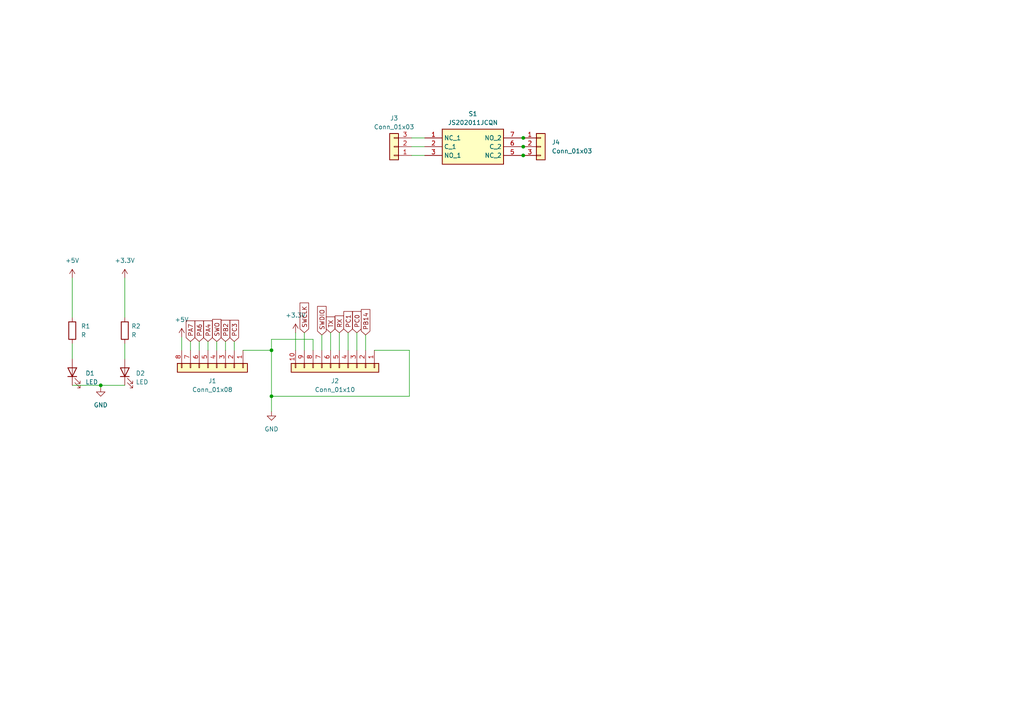
<source format=kicad_sch>
(kicad_sch (version 20230121) (generator eeschema)
  (paper "A4")
  (lib_symbols
    (symbol "Connector_Generic:Conn_01x03" (pin_names (offset 1.016) hide)
      (property "Reference" "J" (at 0 5.08 0))
      (property "Value" "Conn_01x03" (at 0 -5.08 0))
      (symbol "Conn_01x03_1_1"
        (rectangle (start -1.27 -2.413) (end 0 -2.667) (stroke (width 0.1524)))
        (rectangle (start -1.27 0.127) (end 0 -0.127) (stroke (width 0.1524)))
        (rectangle (start -1.27 2.667) (end 0 2.413) (stroke (width 0.1524)))
        (rectangle (start -1.27 3.81) (end 1.27 -3.81) (stroke (width 0.254)) (fill (type background)))
        (pin passive line (at -5.08 2.54 0) (length 3.81) (name "Pin_1") (number "1"))
        (pin passive line (at -5.08 0 0) (length 3.81) (name "Pin_2") (number "2"))
        (pin passive line (at -5.08 -2.54 0) (length 3.81) (name "Pin_3") (number "3"))
      )
    )
    (symbol "Connector_Generic:Conn_01x08" (pin_names (offset 1.016) hide)
      (property "Reference" "J" (at 0 10.16 0))
      (property "Value" "Conn_01x08" (at 0 -12.7 0))
      (symbol "Conn_01x08_1_1"
        (rectangle (start -1.27 -10.033) (end 0 -10.287) (stroke (width 0.1524)))
        (rectangle (start -1.27 -7.493) (end 0 -7.747) (stroke (width 0.1524)))
        (rectangle (start -1.27 -4.953) (end 0 -5.207) (stroke (width 0.1524)))
        (rectangle (start -1.27 -2.413) (end 0 -2.667) (stroke (width 0.1524)))
        (rectangle (start -1.27 0.127) (end 0 -0.127) (stroke (width 0.1524)))
        (rectangle (start -1.27 2.667) (end 0 2.413) (stroke (width 0.1524)))
        (rectangle (start -1.27 5.207) (end 0 4.953) (stroke (width 0.1524)))
        (rectangle (start -1.27 7.747) (end 0 7.493) (stroke (width 0.1524)))
        (rectangle (start -1.27 8.89) (end 1.27 -11.43) (stroke (width 0.254)) (fill (type background)))
        (pin passive line (at -5.08 7.62 0) (length 3.81) (name "Pin_1") (number "1"))
        (pin passive line (at -5.08 5.08 0) (length 3.81) (name "Pin_2") (number "2"))
        (pin passive line (at -5.08 2.54 0) (length 3.81) (name "Pin_3") (number "3"))
        (pin passive line (at -5.08 0 0) (length 3.81) (name "Pin_4") (number "4"))
        (pin passive line (at -5.08 -2.54 0) (length 3.81) (name "Pin_5") (number "5"))
        (pin passive line (at -5.08 -5.08 0) (length 3.81) (name "Pin_6") (number "6"))
        (pin passive line (at -5.08 -7.62 0) (length 3.81) (name "Pin_7") (number "7"))
        (pin passive line (at -5.08 -10.16 0) (length 3.81) (name "Pin_8") (number "8"))
      )
    )
    (symbol "Connector_Generic:Conn_01x10" (pin_names (offset 1.016) hide)
      (property "Reference" "J" (at 0 12.7 0))
      (property "Value" "Conn_01x10" (at 0 -15.24 0))
      (symbol "Conn_01x10_1_1"
        (rectangle (start -1.27 -12.573) (end 0 -12.827) (stroke (width 0.1524)))
        (rectangle (start -1.27 -10.033) (end 0 -10.287) (stroke (width 0.1524)))
        (rectangle (start -1.27 -7.493) (end 0 -7.747) (stroke (width 0.1524)))
        (rectangle (start -1.27 -4.953) (end 0 -5.207) (stroke (width 0.1524)))
        (rectangle (start -1.27 -2.413) (end 0 -2.667) (stroke (width 0.1524)))
        (rectangle (start -1.27 0.127) (end 0 -0.127) (stroke (width 0.1524)))
        (rectangle (start -1.27 2.667) (end 0 2.413) (stroke (width 0.1524)))
        (rectangle (start -1.27 5.207) (end 0 4.953) (stroke (width 0.1524)))
        (rectangle (start -1.27 7.747) (end 0 7.493) (stroke (width 0.1524)))
        (rectangle (start -1.27 10.287) (end 0 10.033) (stroke (width 0.1524)))
        (rectangle (start -1.27 11.43) (end 1.27 -13.97) (stroke (width 0.254)) (fill (type background)))
        (pin passive line (at -5.08 10.16 0) (length 3.81) (name "Pin_1") (number "1"))
        (pin passive line (at -5.08 -12.7 0) (length 3.81) (name "Pin_10") (number "10"))
        (pin passive line (at -5.08 7.62 0) (length 3.81) (name "Pin_2") (number "2"))
        (pin passive line (at -5.08 5.08 0) (length 3.81) (name "Pin_3") (number "3"))
        (pin passive line (at -5.08 2.54 0) (length 3.81) (name "Pin_4") (number "4"))
        (pin passive line (at -5.08 0 0) (length 3.81) (name "Pin_5") (number "5"))
        (pin passive line (at -5.08 -2.54 0) (length 3.81) (name "Pin_6") (number "6"))
        (pin passive line (at -5.08 -5.08 0) (length 3.81) (name "Pin_7") (number "7"))
        (pin passive line (at -5.08 -7.62 0) (length 3.81) (name "Pin_8") (number "8"))
        (pin passive line (at -5.08 -10.16 0) (length 3.81) (name "Pin_9") (number "9"))
      )
    )
    (symbol "Device:LED" (pin_numbers hide) (pin_names (offset 1.016) hide)
      (property "Reference" "D" (at 0 2.54 0))
      (property "Value" "LED" (at 0 -2.54 0))
      (symbol "LED_0_1"
        (polyline (pts (xy -1.27 -1.27) (xy -1.27 1.27)) (stroke (width 0.254)))
        (polyline (pts (xy -1.27 0) (xy 1.27 0)))
        (polyline (pts (xy 1.27 -1.27) (xy 1.27 1.27) (xy -1.27 0) (xy 1.27 -1.27)) (stroke (width 0.254)))
        (polyline (pts (xy -3.048 -0.762) (xy -4.572 -2.286) (xy -3.81 -2.286) (xy -4.572 -2.286) (xy -4.572 -1.524)))
        (polyline (pts (xy -1.778 -0.762) (xy -3.302 -2.286) (xy -2.54 -2.286) (xy -3.302 -2.286) (xy -3.302 -1.524)))
      )
      (symbol "LED_1_1"
        (pin passive line (at -3.81 0 0) (length 2.54) (name "K") (number "1"))
        (pin passive line (at 3.81 0 180) (length 2.54) (name "A") (number "2"))
      )
    )
    (symbol "Device:R" (pin_numbers hide) (pin_names (offset 0))
      (property "Reference" "R" (at 2.032 0 90))
      (property "Value" "R" (at 0 0 90))
      (symbol "R_0_1"
        (rectangle (start -1.016 -2.54) (end 1.016 2.54) (stroke (width 0.254)))
      )
      (symbol "R_1_1"
        (pin passive line (at 0 3.81 270) (length 1.27) (name "~") (number "1"))
        (pin passive line (at 0 -3.81 90) (length 1.27) (name "~") (number "2"))
      )
    )
    (symbol "SamacSys_Parts:JS202011JCQN"
      (property "Reference" "S" (at 24.13 7.62 0))
      (property "Value" "JS202011JCQN" (at 24.13 5.08 0))
      (symbol "JS202011JCQN_1_1"
        (rectangle (start 5.08 2.54) (end 22.86 -7.62) (stroke (width 0.254)) (fill (type background)))
        (pin passive line (at 0 0 0) (length 5.08) (name "NC_1") (number "1"))
        (pin passive line (at 0 -2.54 0) (length 5.08) (name "C_1") (number "2"))
        (pin passive line (at 0 -5.08 0) (length 5.08) (name "NO_1") (number "3"))
        (pin passive line (at 27.94 -5.08 180) (length 5.08) (name "NC_2") (number "5"))
        (pin passive line (at 27.94 -2.54 180) (length 5.08) (name "C_2") (number "6"))
        (pin passive line (at 27.94 0 180) (length 5.08) (name "NO_2") (number "7"))
      )
    )
    (symbol "power:+3.3V" (power) (pin_names (offset 0))
      (property "Value" "+3.3V" (at 0 3.556 0))
      (symbol "+3.3V_0_1"
        (polyline (pts (xy -0.762 1.27) (xy 0 2.54)))
        (polyline (pts (xy 0 0) (xy 0 2.54)))
        (polyline (pts (xy 0 2.54) (xy 0.762 1.27)))
      )
      (symbol "+3.3V_1_1"
        (pin power_in line (at 0 0 90) (length 0) hide (name "+3.3V") (number "1"))
      )
    )
    (symbol "power:+5V" (power) (pin_names (offset 0))
      (property "Value" "+5V" (at 0 3.556 0))
      (symbol "+5V_0_1"
        (polyline (pts (xy -0.762 1.27) (xy 0 2.54)))
        (polyline (pts (xy 0 0) (xy 0 2.54)))
        (polyline (pts (xy 0 2.54) (xy 0.762 1.27)))
      )
      (symbol "+5V_1_1"
        (pin power_in line (at 0 0 90) (length 0) hide (name "+5V") (number "1"))
      )
    )
    (symbol "power:GND" (power) (pin_names (offset 0))
      (property "Value" "GND" (at 0 -3.81 0))
      (symbol "GND_0_1"
        (polyline (pts (xy 0 0) (xy 0 -1.27) (xy 1.27 -1.27) (xy 0 -2.54) (xy -1.27 -1.27) (xy 0 -1.27)))
      )
      (symbol "GND_1_1"
        (pin power_in line (at 0 0 270) (length 0) hide (name "GND") (number "1"))
      )
    )
  )
  (junction (at 151.765 42.545))
  (junction (at 78.74 114.935))
  (junction (at 29.21 111.76))
  (junction (at 151.765 45.085))
  (junction (at 151.765 40.005))
  (junction (at 78.74 101.6))
  (wire (pts (xy 118.745 101.6) (xy 118.745 114.935)))
  (wire (pts (xy 151.13 45.085) (xy 151.765 45.085)))
  (wire (pts (xy 78.74 98.425) (xy 78.74 101.6)))
  (wire (pts (xy 62.865 99.06) (xy 62.865 101.6)))
  (wire (pts (xy 151.765 42.545) (xy 152.4 42.545)))
  (wire (pts (xy 20.955 99.695) (xy 20.955 104.14)))
  (wire (pts (xy 78.74 114.935) (xy 78.74 119.38)))
  (wire (pts (xy 151.13 42.545) (xy 151.765 42.545)))
  (wire (pts (xy 36.195 111.76) (xy 29.21 111.76)))
  (wire (pts (xy 119.38 40.005) (xy 123.19 40.005)))
  (wire (pts (xy 119.38 42.545) (xy 123.19 42.545)))
  (wire (pts (xy 65.405 99.06) (xy 65.405 101.6)))
  (wire (pts (xy 90.805 98.425) (xy 78.74 98.425)))
  (wire (pts (xy 88.265 96.52) (xy 88.265 101.6)))
  (wire (pts (xy 20.955 111.76) (xy 29.21 111.76)))
  (wire (pts (xy 57.785 99.06) (xy 57.785 101.6)))
  (wire (pts (xy 60.325 99.06) (xy 60.325 101.6)))
  (wire (pts (xy 103.505 96.52) (xy 103.505 101.6)))
  (wire (pts (xy 118.745 114.935) (xy 78.74 114.935)))
  (wire (pts (xy 20.955 80.645) (xy 20.955 92.075)))
  (wire (pts (xy 93.345 97.155) (xy 93.345 101.6)))
  (wire (pts (xy 98.425 96.52) (xy 98.425 101.6)))
  (wire (pts (xy 151.765 45.085) (xy 152.4 45.085)))
  (wire (pts (xy 95.885 96.52) (xy 95.885 101.6)))
  (wire (pts (xy 85.725 96.52) (xy 85.725 101.6)))
  (wire (pts (xy 29.21 111.76) (xy 29.21 112.395)))
  (wire (pts (xy 55.245 99.06) (xy 55.245 101.6)))
  (wire (pts (xy 151.13 40.005) (xy 151.765 40.005)))
  (wire (pts (xy 119.38 45.085) (xy 123.19 45.085)))
  (wire (pts (xy 36.195 80.645) (xy 36.195 92.075)))
  (wire (pts (xy 70.485 101.6) (xy 78.74 101.6)))
  (wire (pts (xy 52.705 97.79) (xy 52.705 101.6)))
  (wire (pts (xy 67.945 99.06) (xy 67.945 101.6)))
  (wire (pts (xy 106.045 97.155) (xy 106.045 101.6)))
  (wire (pts (xy 78.74 101.6) (xy 78.74 114.935)))
  (wire (pts (xy 108.585 101.6) (xy 118.745 101.6)))
  (wire (pts (xy 151.765 40.005) (xy 152.4 40.005)))
  (wire (pts (xy 90.805 101.6) (xy 90.805 98.425)))
  (wire (pts (xy 100.965 96.52) (xy 100.965 101.6)))
  (wire (pts (xy 36.195 99.695) (xy 36.195 104.14)))
  (global_label "PB2" (shape input) (at 65.405 99.06 90) (property "Intersheetrefs" "${INTERSHEET_REFS}" (effects hide)))
  (global_label "PB14" (shape input) (at 106.045 97.155 90) (property "Intersheetrefs" "${INTERSHEET_REFS}" (effects hide)))
  (global_label "PA6" (shape input) (at 57.785 99.06 90) (property "Intersheetrefs" "${INTERSHEET_REFS}" (effects hide)))
  (global_label "PC1" (shape input) (at 100.965 96.52 90) (property "Intersheetrefs" "${INTERSHEET_REFS}" (effects hide)))
  (global_label "SWDIO" (shape input) (at 93.345 97.155 90) (property "Intersheetrefs" "${INTERSHEET_REFS}" (effects hide)))
  (global_label "PC0" (shape input) (at 103.505 96.52 90) (property "Intersheetrefs" "${INTERSHEET_REFS}" (effects hide)))
  (global_label "SWO" (shape input) (at 62.865 99.06 90) (property "Intersheetrefs" "${INTERSHEET_REFS}" (effects hide)))
  (global_label "SWCLK" (shape input) (at 88.265 96.52 90) (property "Intersheetrefs" "${INTERSHEET_REFS}" (effects hide)))
  (global_label "TX" (shape input) (at 95.885 96.52 90) (property "Intersheetrefs" "${INTERSHEET_REFS}" (effects hide)))
  (global_label "PC3" (shape input) (at 67.945 99.06 90) (property "Intersheetrefs" "${INTERSHEET_REFS}" (effects hide)))
  (global_label "RX" (shape input) (at 98.425 96.52 90) (property "Intersheetrefs" "${INTERSHEET_REFS}" (effects hide)))
  (global_label "PA7" (shape input) (at 55.245 99.06 90) (property "Intersheetrefs" "${INTERSHEET_REFS}" (effects hide)))
  (global_label "PA4" (shape input) (at 60.325 99.06 90) (property "Intersheetrefs" "${INTERSHEET_REFS}" (effects hide)))
  (symbol (lib_id "Device:R") (at 36.195 95.885 0) (unit 1)
    (property "Reference" "R2" (at 38.1 94.615 0) (effects (justify left)))
    (property "Value" "R" (at 38.1 97.155 0) (effects (justify left)))
    (property "Footprint" "Resistor_SMD:R_0603_1608Metric" (effects hide))
  )
  (symbol (lib_id "power:+3.3V") (at 36.195 80.645 0) (unit 1)
    (property "Reference" "#PWR06" (effects hide))
    (property "Value" "+3.3V" (at 36.195 75.565 0))
  )
  (symbol (lib_id "Connector_Generic:Conn_01x03") (at 114.3 42.545 180) (unit 1)
    (property "Reference" "J3" (at 114.3 34.29 0))
    (property "Value" "Conn_01x03" (at 114.3 36.83 0))
    (property "Footprint" "Connector_PinHeader_2.54mm:PinHeader_1x03_P2.54mm_Vertical" (effects hide))
  )
  (symbol (lib_id "power:+3.3V") (at 85.725 96.52 0) (unit 1)
    (property "Reference" "#PWR01" (effects hide))
    (property "Value" "+3.3V" (at 85.725 91.44 0))
  )
  (symbol (lib_id "Connector_Generic:Conn_01x10") (at 98.425 106.68 270) (unit 1)
    (property "Reference" "J2" (at 97.155 110.49 90))
    (property "Value" "Conn_01x10" (at 97.155 113.03 90))
    (property "Footprint" "Connector_PinHeader_2.54mm:PinHeader_1x10_P2.54mm_Horizontal" (effects hide))
  )
  (symbol (lib_id "SamacSys_Parts:JS202011JCQN") (at 123.19 40.005 0) (unit 1)
    (property "Reference" "S1" (at 137.16 33.02 0))
    (property "Value" "JS202011JCQN" (at 137.16 35.56 0))
    (property "Footprint" "JS202011JCQN" (effects hide))
    (property "Datasheet" "https://www.ckswitches.com/media/1422/js.pdf" (effects hide))
    (property "Height" "5" (effects hide))
    (property "Mouser Part Number" "611-JS202011JCQN" (effects hide))
    (property "Mouser Price/Stock" "https://www.mouser.co.uk/ProductDetail/CK/JS202011JCQN?qs=74EMXstkWMXJzVJFnXPbEg%3D%3D" (effects hide))
    (property "Manufacturer_Name" "C & K COMPONENTS" (effects hide))
    (property "Manufacturer_Part_Number" "JS202011JCQN" (effects hide))
  )
  (symbol (lib_id "Device:R") (at 20.955 95.885 0) (unit 1)
    (property "Reference" "R1" (at 23.495 94.615 0) (effects (justify left)))
    (property "Value" "R" (at 23.495 97.155 0) (effects (justify left)))
    (property "Footprint" "Resistor_SMD:R_0603_1608Metric" (effects hide))
  )
  (symbol (lib_id "power:GND") (at 78.74 119.38 0) (unit 1)
    (property "Reference" "#PWR03" (effects hide))
    (property "Value" "GND" (at 78.74 124.46 0))
  )
  (symbol (lib_id "Connector_Generic:Conn_01x03") (at 156.845 42.545 0) (unit 1)
    (property "Reference" "J4" (at 160.02 41.275 0) (effects (justify left)))
    (property "Value" "Conn_01x03" (at 160.02 43.815 0) (effects (justify left)))
    (property "Footprint" "Connector_PinHeader_2.54mm:PinHeader_1x03_P2.54mm_Vertical" (effects hide))
  )
  (symbol (lib_id "Connector_Generic:Conn_01x08") (at 62.865 106.68 270) (unit 1)
    (property "Reference" "J1" (at 61.595 110.49 90))
    (property "Value" "Conn_01x08" (at 61.595 113.03 90))
    (property "Footprint" "Connector_PinHeader_2.54mm:PinHeader_1x08_P2.54mm_Horizontal" (effects hide))
  )
  (symbol (lib_id "Device:LED") (at 36.195 107.95 90) (unit 1)
    (property "Reference" "D2" (at 39.37 108.2675 90) (effects (justify right)))
    (property "Value" "LED" (at 39.37 110.8075 90) (effects (justify right)))
    (property "Footprint" "LED_SMD:LED_0603_1608Metric" (effects hide))
  )
  (symbol (lib_id "power:+5V") (at 20.955 80.645 0) (unit 1)
    (property "Reference" "#PWR05" (effects hide))
    (property "Value" "+5V" (at 20.955 75.565 0))
  )
  (symbol (lib_id "power:+5V") (at 52.705 97.79 0) (unit 1)
    (property "Reference" "#PWR02" (effects hide))
    (property "Value" "+5V" (at 52.705 92.71 0))
  )
  (symbol (lib_id "Device:LED") (at 20.955 107.95 90) (unit 1)
    (property "Reference" "D1" (at 24.765 108.2675 90) (effects (justify right)))
    (property "Value" "LED" (at 24.765 110.8075 90) (effects (justify right)))
    (property "Footprint" "LED_SMD:LED_0603_1608Metric" (effects hide))
  )
  (symbol (lib_id "power:GND") (at 29.21 112.395 0) (unit 1)
    (property "Reference" "#PWR04" (effects hide))
    (property "Value" "GND" (at 29.21 117.475 0))
  )
)
</source>
